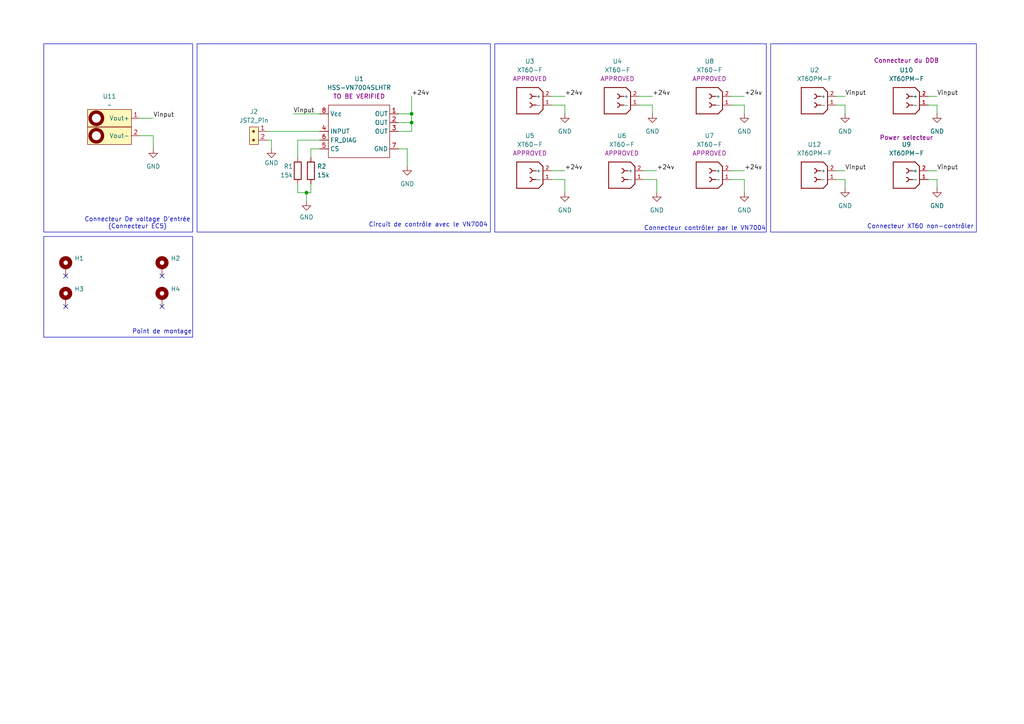
<source format=kicad_sch>
(kicad_sch (version 20231120) (generator "eeschema") (generator_version "8.0")
  (paper "A4")
  (lib_symbols
    (symbol "Device:R" (pin_numbers hide) (pin_names (offset 0))
      (property "Reference" "R" (at 2.032 0 90))
      (property "Value" "R" (at 0 0 90))
      (symbol "R_0_1"
        (rectangle (start -1.016 -2.54) (end 1.016 2.54) (stroke (width 0.254)))
      )
      (symbol "R_1_1"
        (pin passive line (at 0 3.81 270) (length 1.27) (name "~") (number "1"))
        (pin passive line (at 0 -3.81 90) (length 1.27) (name "~") (number "2"))
      )
    )
    (symbol "RoverLibrary:CONN-JST-XH-B2B"
      (property "Reference" "J" (at 0 0 0))
      (property "Value" "JST2_Pin" (at 1.016 -11.43 0))
      (symbol "CONN-JST-XH-B2B_1_1"
        (rectangle (start -1.905 -1.905) (end 0.635 -6.985) (fill (type background)))
        (rectangle (start -0.508 -5.461) (end -1.016 -5.969) (fill (type outline)))
        (rectangle (start -0.508 -2.921) (end -1.016 -3.429) (fill (type outline)))
        (pin passive line (at 3.175 -3.175 180) (length 2.54) (name "~") (number "1"))
        (pin passive line (at 3.175 -5.715 180) (length 2.54) (name "~") (number "2"))
      )
    )
    (symbol "RoverLibrary:EC5"
      (property "Reference" "U?" (at 6.604 1.016 0))
      (symbol "EC5_1_1"
        (rectangle (start 0 -5.08) (end 12.7 -10.16) (fill (type color) (color 255 248 185 1)))
        (rectangle (start 0 0) (end 12.7 -5.08) (fill (type color) (color 255 248 185 1)))
        (circle (center 2.54 -7.62) (radius 1.7961) (stroke (width 1)) (fill (type color) (color 255 255 255 1)))
        (circle (center 2.54 -2.54) (radius 1.7961) (stroke (width 1)) (fill (type color) (color 255 255 255 1)))
        (pin output line (at 15.24 -2.54 180) (length 2.54) (name "Vout+") (number "1"))
        (pin output line (at 15.24 -7.62 180) (length 2.54) (name "Vout-") (number "2"))
      )
    )
    (symbol "RoverLibrary:HSS-VN7004SLHTR"
      (property "Reference" "U" (at 0 1.016 0))
      (property "Value" "HSS-VN7004SLHTR " (at 0 -0.508 0))
      (property "STATUS" "TO BE VERIFIED" (at 0 -2.286 0))
      (symbol "HSS-VN7004SLHTR_0_1"
        (rectangle (start -8.89 -3.81) (end 8.89 -19.05))
      )
      (symbol "HSS-VN7004SLHTR_1_1"
        (pin power_out line (at 11.43 -6.35 180) (length 2.54) (name "OUT") (number "1"))
        (pin power_in line (at 11.43 -8.89 180) (length 2.54) (name "OUT") (number "2"))
        (pin power_in line (at 11.43 -11.43 180) (length 2.54) (name "OUT") (number "3"))
        (pin input line (at -11.43 -11.43 0) (length 2.54) (name "INPUT") (number "4"))
        (pin passive line (at -11.43 -16.51 0) (length 2.54) (name "CS") (number "5"))
        (pin passive line (at -11.43 -13.97 0) (length 2.54) (name "FR_DIAG") (number "6"))
        (pin power_in line (at 11.43 -16.51 180) (length 2.54) (name "GND") (number "7"))
        (pin power_in line (at -11.43 -6.35 0) (length 2.54) (name "Vcc") (number "8"))
      )
    )
    (symbol "RoverLibrary:MountingHole_Pad" (pin_numbers hide) (pin_names (offset 1.016) hide) (exclude_from_sim yes) (in_bom no)
      (property "Reference" "H" (at 0 6.35 0))
      (property "Value" "MountingHole_Pad" (at 0 4.445 0))
      (symbol "MountingHole_Pad_0_1"
        (circle (center 0 1.27) (radius 1.27) (stroke (width 1.27)))
      )
      (symbol "MountingHole_Pad_1_1"
        (pin input line (at 0 -2.54 90) (length 2.54) (name "1") (number "1"))
      )
    )
    (symbol "RoverLibrary:XT60-F"
      (property "Reference" "U" (at 0 0 0))
      (property "Value" "XT60-F" (at 0 -1.524 0))
      (property "STATUS" "APPROVED" (at 0 1.778 0))
      (symbol "XT60-F_0_0"
        (polyline (pts (xy -3.81 -10.16) (xy -3.81 -2.54)) (stroke (width 0.254)))
        (polyline (pts (xy -3.81 -2.54) (xy 2.54 -2.54)) (stroke (width 0.254)))
        (polyline (pts (xy 1.9077 -7.62) (xy 0.6377 -7.62)) (stroke (width 0.254)))
        (polyline (pts (xy 1.9077 -5.08) (xy 0.6377 -5.08)) (stroke (width 0.254)))
        (polyline (pts (xy 2.54 -10.16) (xy -3.81 -10.16)) (stroke (width 0.254)))
        (polyline (pts (xy 3.81 -8.89) (xy 2.54 -10.16)) (stroke (width 0.254)))
        (polyline (pts (xy 3.81 -5.08) (xy 3.81 -8.89)) (stroke (width 0.254)))
        (polyline (pts (xy 3.81 -3.81) (xy 2.54 -2.54)) (stroke (width 0.254)))
        (polyline (pts (xy 3.81 -3.81) (xy 3.81 -5.08)) (stroke (width 0.254)))
        (arc (start 0.0027 -8.255) (mid 0.635 -7.62) (end 0.0027 -6.985) (stroke (width 0.254)))
        (arc (start 0.0027 -5.715) (mid 0.635 -5.08) (end 0.0027 -4.445) (stroke (width 0.254)))
      )
      (symbol "XT60-F_1_0"
        (pin power_in line (at 6.35 -7.62 180) (length 2.54) (name "-") (number "1"))
        (pin power_in line (at 6.35 -5.08 180) (length 2.54) (name "+") (number "2"))
      )
    )
    (symbol "RoverLibrary:XT60PW-F"
      (property "Reference" "U" (at 0 0 0))
      (property "Value" "XT60PM-F" (at 0 -1.524 0))
      (symbol "XT60PW-F_0_0"
        (polyline (pts (xy -3.81 -10.16) (xy -3.81 -2.54)) (stroke (width 0.254)))
        (polyline (pts (xy -3.81 -2.54) (xy 2.54 -2.54)) (stroke (width 0.254)))
        (polyline (pts (xy 1.9077 -7.62) (xy 0.6377 -7.62)) (stroke (width 0.254)))
        (polyline (pts (xy 1.9077 -5.08) (xy 0.6377 -5.08)) (stroke (width 0.254)))
        (polyline (pts (xy 2.54 -10.16) (xy -3.81 -10.16)) (stroke (width 0.254)))
        (polyline (pts (xy 3.81 -8.89) (xy 2.54 -10.16)) (stroke (width 0.254)))
        (polyline (pts (xy 3.81 -5.08) (xy 3.81 -8.89)) (stroke (width 0.254)))
        (polyline (pts (xy 3.81 -3.81) (xy 2.54 -2.54)) (stroke (width 0.254)))
        (polyline (pts (xy 3.81 -3.81) (xy 3.81 -5.08)) (stroke (width 0.254)))
        (arc (start 0.0027 -8.255) (mid 0.635 -7.62) (end 0.0027 -6.985) (stroke (width 0.254)))
        (arc (start 0.0027 -5.715) (mid 0.635 -5.08) (end 0.0027 -4.445) (stroke (width 0.254)))
      )
      (symbol "XT60PW-F_1_0"
        (pin power_in line (at 6.35 -7.62 180) (length 2.54) (name "-") (number "1"))
        (pin power_in line (at 6.35 -5.08 180) (length 2.54) (name "+") (number "2"))
      )
    )
    (symbol "power:GND" (power) (pin_numbers hide) (pin_names (offset 0) hide)
      (property "Value" "GND" (at 0 -3.81 0))
      (symbol "GND_0_1"
        (polyline (pts (xy 0 0) (xy 0 -1.27) (xy 1.27 -1.27) (xy 0 -2.54) (xy -1.27 -1.27) (xy 0 -1.27)))
      )
      (symbol "GND_1_1"
        (pin power_in line (at 0 0 270) (length 0) (name "~") (number "1"))
      )
    )
  )
  (junction (at 119.38 35.56))
  (junction (at 119.38 33.02))
  (junction (at 88.9 55.88))
  (no_connect (at 19.05 88.9))
  (no_connect (at 46.99 88.9))
  (no_connect (at 46.99 80.01))
  (no_connect (at 19.05 80.01))
  (wire (pts (xy 115.57 33.02) (xy 119.38 33.02)))
  (wire (pts (xy 189.23 30.48) (xy 189.23 33.02)))
  (wire (pts (xy 163.83 52.07) (xy 163.83 55.88)))
  (wire (pts (xy 271.78 52.07) (xy 269.24 52.07)))
  (wire (pts (xy 86.36 45.72) (xy 86.36 40.64)))
  (wire (pts (xy 160.02 30.48) (xy 163.83 30.48)))
  (wire (pts (xy 271.78 54.61) (xy 271.78 52.07)))
  (wire (pts (xy 271.78 33.02) (xy 271.78 30.48)))
  (wire (pts (xy 215.9 49.53) (xy 212.09 49.53)))
  (wire (pts (xy 212.09 52.07) (xy 215.9 52.07)))
  (wire (pts (xy 44.45 34.29) (xy 40.64 34.29)))
  (wire (pts (xy 185.42 30.48) (xy 189.23 30.48)))
  (wire (pts (xy 190.5 49.53) (xy 186.69 49.53)))
  (wire (pts (xy 78.74 40.64) (xy 77.47 40.64)))
  (wire (pts (xy 190.5 52.07) (xy 190.5 55.88)))
  (wire (pts (xy 186.69 52.07) (xy 190.5 52.07)))
  (wire (pts (xy 215.9 27.94) (xy 212.09 27.94)))
  (wire (pts (xy 115.57 38.1) (xy 119.38 38.1)))
  (wire (pts (xy 78.74 43.18) (xy 78.74 40.64)))
  (wire (pts (xy 118.11 43.18) (xy 118.11 48.26)))
  (wire (pts (xy 245.11 49.53) (xy 242.57 49.53)))
  (wire (pts (xy 163.83 27.94) (xy 160.02 27.94)))
  (wire (pts (xy 160.02 52.07) (xy 163.83 52.07)))
  (wire (pts (xy 215.9 52.07) (xy 215.9 55.88)))
  (wire (pts (xy 90.17 53.34) (xy 90.17 55.88)))
  (wire (pts (xy 88.9 55.88) (xy 86.36 55.88)))
  (wire (pts (xy 163.83 49.53) (xy 160.02 49.53)))
  (wire (pts (xy 271.78 27.94) (xy 269.24 27.94)))
  (wire (pts (xy 90.17 55.88) (xy 88.9 55.88)))
  (wire (pts (xy 245.11 30.48) (xy 242.57 30.48)))
  (wire (pts (xy 88.9 55.88) (xy 88.9 58.42)))
  (wire (pts (xy 119.38 35.56) (xy 119.38 38.1)))
  (wire (pts (xy 90.17 43.18) (xy 92.71 43.18)))
  (wire (pts (xy 40.64 39.37) (xy 44.45 39.37)))
  (wire (pts (xy 245.11 52.07) (xy 242.57 52.07)))
  (wire (pts (xy 119.38 33.02) (xy 119.38 35.56)))
  (wire (pts (xy 44.45 39.37) (xy 44.45 43.18)))
  (wire (pts (xy 245.11 54.61) (xy 245.11 52.07)))
  (wire (pts (xy 86.36 53.34) (xy 86.36 55.88)))
  (wire (pts (xy 77.47 38.1) (xy 92.71 38.1)))
  (wire (pts (xy 85.09 33.02) (xy 92.71 33.02)))
  (wire (pts (xy 215.9 30.48) (xy 215.9 33.02)))
  (wire (pts (xy 86.36 40.64) (xy 92.71 40.64)))
  (wire (pts (xy 245.11 33.02) (xy 245.11 30.48)))
  (wire (pts (xy 115.57 35.56) (xy 119.38 35.56)))
  (wire (pts (xy 271.78 49.53) (xy 269.24 49.53)))
  (wire (pts (xy 245.11 27.94) (xy 242.57 27.94)))
  (wire (pts (xy 212.09 30.48) (xy 215.9 30.48)))
  (wire (pts (xy 189.23 27.94) (xy 185.42 27.94)))
  (wire (pts (xy 119.38 27.94) (xy 119.38 33.02)))
  (wire (pts (xy 271.78 30.48) (xy 269.24 30.48)))
  (wire (pts (xy 90.17 45.72) (xy 90.17 43.18)))
  (wire (pts (xy 163.83 30.48) (xy 163.83 33.02)))
  (wire (pts (xy 115.57 43.18) (xy 118.11 43.18)))
  (rectangle (start 12.7 68.58) (end 55.88 97.79))
  (rectangle (start 223.52 12.7) (end 283.21 67.31))
  (rectangle (start 143.51 12.7) (end 222.25 67.31))
  (rectangle (start 57.15 12.7) (end 142.24 67.31))
  (rectangle (start 12.7 12.7) (end 55.88 67.31))
  (text "Point de montage" (at 46.99 96.266 0) (effects (font (size 1.27 1.27))))
  (text "Connecteur De voltage D'entrée\n(Connecteur EC5)\n" (at 39.878 64.77 0) (effects (font (size 1.27 1.27))))
  (text "Connecteur contrôler par le VN7004" (at 204.47 66.294 0) (effects (font (size 1.27 1.27))))
  (text "Connecteur XT60 non-contrôler" (at 266.954 65.786 0) (effects (font (size 1.27 1.27))))
  (text "Circuit de contrôle avec le VN7004" (at 124.206 65.278 0) (effects (font (size 1.27 1.27))))
  (label "Vinput" (at 44.45 34.29 0))
  (label "+24v" (at 190.5 49.53 0))
  (label "+24v" (at 163.83 27.94 0))
  (label "+24v" (at 215.9 27.94 0))
  (label "Vinput" (at 271.78 49.53 0))
  (label "Vinput" (at 245.11 27.94 0))
  (label "+24v" (at 189.23 27.94 0))
  (label "Vinput" (at 271.78 27.94 0))
  (label "Vinput" (at 245.11 49.53 0))
  (label "+24v" (at 119.38 27.94 0))
  (label "Vinput" (at 85.09 33.02 0))
  (label "+24v" (at 163.83 49.53 0))
  (label "+24v" (at 215.9 49.53 0))
  (symbol (lib_id "RoverLibrary:CONN-JST-XH-B2B") (at 74.295 34.925 0) (unit 1)
    (property "Reference" "J2" (at 73.66 32.385 0))
    (property "Value" "JST2_Pin" (at 73.66 34.925 0))
    (property "Footprint" "RoverFootprint:2-pins-JST_XH_B2B-XH-A_1x02_P2.50mm_Vertical" (effects (hide yes)))
  )
  (symbol (lib_id "power:GND") (at 190.5 55.88 0) (unit 1)
    (property "Reference" "#PWR07" (effects (hide yes)))
    (property "Value" "GND" (at 190.5 60.96 0))
    (property "Description" "Power symbol creates a global label with name \"GND\" , ground" (effects (hide yes)))
  )
  (symbol (lib_id "RoverLibrary:HSS-VN7004SLHTR") (at 104.14 26.67 0) (unit 1)
    (property "Reference" "U1" (at 104.14 22.86 0))
    (property "Value" "HSS-VN7004SLHTR" (at 104.14 25.4 0))
    (property "Footprint" "RoverFootprint:OCTAPACK_VN7004_STM-M" (effects (hide yes)))
    (property "STATUS" "TO BE VERIFIED" (at 104.14 27.94 0))
  )
  (symbol (lib_id "power:GND") (at 163.83 33.02 0) (unit 1)
    (property "Reference" "#PWR04" (effects (hide yes)))
    (property "Value" "GND" (at 163.83 38.1 0))
    (property "Description" "Power symbol creates a global label with name \"GND\" , ground" (effects (hide yes)))
  )
  (symbol (lib_id "power:GND") (at 215.9 33.02 0) (unit 1)
    (property "Reference" "#PWR09" (effects (hide yes)))
    (property "Value" "GND" (at 215.9 38.1 0))
    (property "Description" "Power symbol creates a global label with name \"GND\" , ground" (effects (hide yes)))
  )
  (symbol (lib_id "RoverLibrary:XT60PW-F") (at 262.89 22.86 0) (unit 1)
    (property "Reference" "U10" (at 262.89 20.32 0))
    (property "Value" "XT60PM-F" (at 262.89 22.86 0))
    (property "Footprint" "RoverFootprint:AMASS_XT60PW-F_1x02_P7.20mm_Horizontal" (effects (hide yes)))
    (property "Description" "Connecteur du DDB" (at 262.89 17.526 0))
  )
  (symbol (lib_id "RoverLibrary:XT60PW-F") (at 262.89 44.45 0) (unit 1)
    (property "Reference" "U9" (at 262.89 41.91 0))
    (property "Value" "XT60PM-F" (at 262.89 44.45 0))
    (property "Footprint" "RoverFootprint:AMASS_XT60PW-F_1x02_P7.20mm_Horizontal" (effects (hide yes)))
    (property "Description" "Power selecteur" (at 262.89 39.878 0))
  )
  (symbol (lib_id "power:GND") (at 118.11 48.26 0) (unit 1)
    (property "Reference" "#PWR01" (effects (hide yes)))
    (property "Value" "GND" (at 118.11 53.34 0))
    (property "Description" "Power symbol creates a global label with name \"GND\" , ground" (effects (hide yes)))
  )
  (symbol (lib_id "Device:R") (at 90.17 49.53 0) (unit 1)
    (property "Reference" "R2" (at 91.948 48.26 0) (effects (justify left)))
    (property "Value" "15k" (at 91.948 50.8 0) (effects (justify left)))
    (property "Description" "Resistor" (effects (hide yes)))
  )
  (symbol (lib_id "RoverLibrary:XT60-F") (at 153.67 22.86 0) (unit 1)
    (property "Reference" "U3" (at 153.67 17.78 0))
    (property "Value" "XT60-F" (at 153.67 20.32 0))
    (property "Footprint" "RoverFootprint:AMASS_XT60-F_1x02_P7.20mm_Vertical" (effects (hide yes)))
    (property "STATUS" "APPROVED" (at 153.67 22.86 0))
  )
  (symbol (lib_id "RoverLibrary:XT60-F") (at 153.67 44.45 0) (unit 1)
    (property "Reference" "U5" (at 153.67 39.37 0))
    (property "Value" "XT60-F" (at 153.67 41.91 0))
    (property "Footprint" "RoverFootprint:AMASS_XT60-F_1x02_P7.20mm_Vertical" (effects (hide yes)))
    (property "STATUS" "APPROVED" (at 153.67 44.45 0))
  )
  (symbol (lib_id "RoverLibrary:XT60PW-F") (at 236.22 44.45 0) (unit 1)
    (property "Reference" "U12" (at 236.22 41.91 0))
    (property "Value" "XT60PM-F" (at 236.22 44.45 0))
    (property "Footprint" "RoverFootprint:AMASS_XT60PW-F_1x02_P7.20mm_Horizontal" (effects (hide yes)))
  )
  (symbol (lib_id "power:GND") (at 78.74 43.18 0) (unit 1)
    (property "Reference" "#PWR03" (effects (hide yes)))
    (property "Value" "GND" (at 78.74 47.244 0))
    (property "Description" "Power symbol creates a global label with name \"GND\" , ground" (effects (hide yes)))
  )
  (symbol (lib_id "RoverLibrary:XT60PW-F") (at 236.22 22.86 0) (unit 1)
    (property "Reference" "U2" (at 236.22 20.32 0))
    (property "Value" "XT60PM-F" (at 236.22 22.86 0))
    (property "Footprint" "RoverFootprint:AMASS_XT60PW-F_1x02_P7.20mm_Horizontal" (effects (hide yes)))
  )
  (symbol (lib_id "RoverLibrary:XT60-F") (at 205.74 22.86 0) (unit 1)
    (property "Reference" "U8" (at 205.74 17.78 0))
    (property "Value" "XT60-F" (at 205.74 20.32 0))
    (property "Footprint" "RoverFootprint:AMASS_XT60-F_1x02_P7.20mm_Vertical" (effects (hide yes)))
    (property "STATUS" "APPROVED" (at 205.74 22.86 0))
  )
  (symbol (lib_id "RoverLibrary:XT60-F") (at 205.74 44.45 0) (unit 1)
    (property "Reference" "U7" (at 205.74 39.37 0))
    (property "Value" "XT60-F" (at 205.74 41.91 0))
    (property "Footprint" "RoverFootprint:AMASS_XT60-F_1x02_P7.20mm_Vertical" (effects (hide yes)))
    (property "STATUS" "APPROVED" (at 205.74 44.45 0))
  )
  (symbol (lib_id "RoverLibrary:EC5") (at 25.4 31.75 0) (unit 1)
    (property "Reference" "U11" (at 31.75 27.94 0))
    (property "Value" "~" (at 31.75 30.48 0))
    (property "Footprint" "RoverFootprint:EC5" (effects (hide yes)))
  )
  (symbol (lib_id "RoverLibrary:XT60-F") (at 179.07 22.86 0) (unit 1)
    (property "Reference" "U4" (at 179.07 17.78 0))
    (property "Value" "XT60-F" (at 179.07 20.32 0))
    (property "Footprint" "RoverFootprint:AMASS_XT60-F_1x02_P7.20mm_Vertical" (effects (hide yes)))
    (property "STATUS" "APPROVED" (at 179.07 22.86 0))
  )
  (symbol (lib_id "power:GND") (at 271.78 54.61 0) (unit 1)
    (property "Reference" "#PWR011" (effects (hide yes)))
    (property "Value" "GND" (at 271.78 59.69 0))
    (property "Description" "Power symbol creates a global label with name \"GND\" , ground" (effects (hide yes)))
  )
  (symbol (lib_id "power:GND") (at 189.23 33.02 0) (unit 1)
    (property "Reference" "#PWR05" (effects (hide yes)))
    (property "Value" "GND" (at 189.23 38.1 0))
    (property "Description" "Power symbol creates a global label with name \"GND\" , ground" (effects (hide yes)))
  )
  (symbol (lib_id "RoverLibrary:XT60-F") (at 180.34 44.45 0) (unit 1)
    (property "Reference" "U6" (at 180.34 39.37 0))
    (property "Value" "XT60-F" (at 180.34 41.91 0))
    (property "Footprint" "RoverFootprint:AMASS_XT60-F_1x02_P7.20mm_Vertical" (effects (hide yes)))
    (property "STATUS" "APPROVED" (at 180.34 44.45 0))
  )
  (symbol (lib_id "RoverLibrary:MountingHole_Pad") (at 46.99 77.47 0) (unit 1) (exclude_from_sim yes) (in_bom no)
    (property "Reference" "H2" (at 49.53 74.9299 0) (effects (justify left)))
    (property "Value" "MountingHole_Pad" (effects (hide yes)))
    (property "Footprint" "MountingHole:MountingHole_3.2mm_M3_DIN965_Pad_TopBottom" (effects (hide yes)))
    (property "Description" "Mounting Hole with connection" (effects (hide yes)))
  )
  (symbol (lib_id "power:GND") (at 88.9 58.42 0) (unit 1)
    (property "Reference" "#PWR02" (effects (hide yes)))
    (property "Value" "GND" (at 88.9 62.992 0))
    (property "Description" "Power symbol creates a global label with name \"GND\" , ground" (effects (hide yes)))
  )
  (symbol (lib_id "RoverLibrary:MountingHole_Pad") (at 46.99 86.36 0) (unit 1) (exclude_from_sim yes) (in_bom no)
    (property "Reference" "H4" (at 49.53 83.8199 0) (effects (justify left)))
    (property "Value" "MountingHole_Pad" (effects (hide yes)))
    (property "Footprint" "MountingHole:MountingHole_3.2mm_M3_DIN965_Pad_TopBottom" (effects (hide yes)))
    (property "Description" "Mounting Hole with connection" (effects (hide yes)))
  )
  (symbol (lib_id "RoverLibrary:MountingHole_Pad") (at 19.05 77.47 0) (unit 1) (exclude_from_sim yes) (in_bom no)
    (property "Reference" "H1" (at 21.59 74.9299 0) (effects (justify left)))
    (property "Value" "MountingHole_Pad" (effects (hide yes)))
    (property "Footprint" "MountingHole:MountingHole_3.2mm_M3_DIN965_Pad_TopBottom" (effects (hide yes)))
    (property "Description" "Mounting Hole with connection" (effects (hide yes)))
  )
  (symbol (lib_id "power:GND") (at 215.9 55.88 0) (unit 1)
    (property "Reference" "#PWR08" (effects (hide yes)))
    (property "Value" "GND" (at 215.9 60.96 0))
    (property "Description" "Power symbol creates a global label with name \"GND\" , ground" (effects (hide yes)))
  )
  (symbol (lib_id "power:GND") (at 245.11 54.61 0) (unit 1)
    (property "Reference" "#PWR014" (effects (hide yes)))
    (property "Value" "GND" (at 245.11 59.69 0))
    (property "Description" "Power symbol creates a global label with name \"GND\" , ground" (effects (hide yes)))
  )
  (symbol (lib_id "power:GND") (at 245.11 33.02 0) (unit 1)
    (property "Reference" "#PWR010" (effects (hide yes)))
    (property "Value" "GND" (at 245.11 38.1 0))
    (property "Description" "Power symbol creates a global label with name \"GND\" , ground" (effects (hide yes)))
  )
  (symbol (lib_id "power:GND") (at 44.45 43.18 0) (unit 1)
    (property "Reference" "#PWR013" (effects (hide yes)))
    (property "Value" "GND" (at 44.45 48.26 0))
    (property "Description" "Power symbol creates a global label with name \"GND\" , ground" (effects (hide yes)))
  )
  (symbol (lib_id "RoverLibrary:MountingHole_Pad") (at 19.05 86.36 0) (unit 1) (exclude_from_sim yes) (in_bom no)
    (property "Reference" "H3" (at 21.59 83.8199 0) (effects (justify left)))
    (property "Value" "MountingHole_Pad" (effects (hide yes)))
    (property "Footprint" "MountingHole:MountingHole_3.2mm_M3_DIN965_Pad_TopBottom" (effects (hide yes)))
    (property "Description" "Mounting Hole with connection" (effects (hide yes)))
  )
  (symbol (lib_id "Device:R") (at 86.36 49.53 0) (unit 1)
    (property "Reference" "R1" (at 82.296 48.26 0) (effects (justify left)))
    (property "Value" "15k" (at 81.28 50.8 0) (effects (justify left)))
    (property "Description" "Resistor" (effects (hide yes)))
  )
  (symbol (lib_id "power:GND") (at 163.83 55.88 0) (unit 1)
    (property "Reference" "#PWR06" (effects (hide yes)))
    (property "Value" "GND" (at 163.83 60.96 0))
    (property "Description" "Power symbol creates a global label with name \"GND\" , ground" (effects (hide yes)))
  )
  (symbol (lib_id "power:GND") (at 271.78 33.02 0) (unit 1)
    (property "Reference" "#PWR012" (effects (hide yes)))
    (property "Value" "GND" (at 271.78 38.1 0))
    (property "Description" "Power symbol creates a global label with name \"GND\" , ground" (effects (hide yes)))
  )
)
</source>
